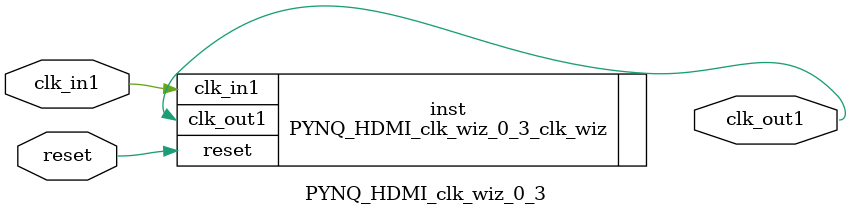
<source format=v>


`timescale 1ps/1ps

(* CORE_GENERATION_INFO = "PYNQ_HDMI_clk_wiz_0_3,clk_wiz_v5_4_3_0,{component_name=PYNQ_HDMI_clk_wiz_0_3,use_phase_alignment=true,use_min_o_jitter=false,use_max_i_jitter=false,use_dyn_phase_shift=false,use_inclk_switchover=false,use_dyn_reconfig=false,enable_axi=0,feedback_source=FDBK_AUTO,PRIMITIVE=MMCM,num_out_clk=1,clkin1_period=10.000,clkin2_period=10.000,use_power_down=false,use_reset=true,use_locked=false,use_inclk_stopped=false,feedback_type=SINGLE,CLOCK_MGR_TYPE=NA,manual_override=false}" *)

module PYNQ_HDMI_clk_wiz_0_3 
 (
  // Clock out ports
  output        clk_out1,
  // Status and control signals
  input         reset,
 // Clock in ports
  input         clk_in1
 );

  PYNQ_HDMI_clk_wiz_0_3_clk_wiz inst
  (
  // Clock out ports  
  .clk_out1(clk_out1),
  // Status and control signals               
  .reset(reset), 
 // Clock in ports
  .clk_in1(clk_in1)
  );

endmodule

</source>
